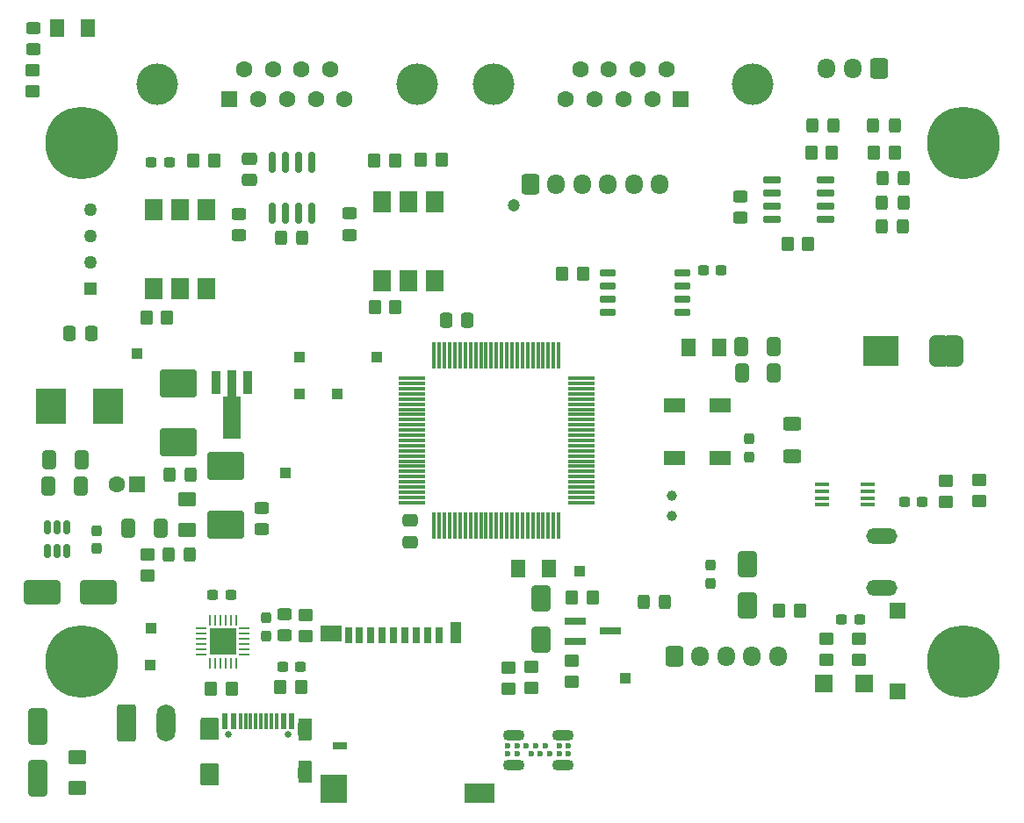
<source format=gbr>
%TF.GenerationSoftware,KiCad,Pcbnew,(7.0.0)*%
%TF.CreationDate,2025-01-08T17:10:47+03:30*%
%TF.ProjectId,logger,6c6f6767-6572-42e6-9b69-6361645f7063,rev?*%
%TF.SameCoordinates,Original*%
%TF.FileFunction,Soldermask,Top*%
%TF.FilePolarity,Negative*%
%FSLAX46Y46*%
G04 Gerber Fmt 4.6, Leading zero omitted, Abs format (unit mm)*
G04 Created by KiCad (PCBNEW (7.0.0)) date 2025-01-08 17:10:47*
%MOMM*%
%LPD*%
G01*
G04 APERTURE LIST*
G04 Aperture macros list*
%AMRoundRect*
0 Rectangle with rounded corners*
0 $1 Rounding radius*
0 $2 $3 $4 $5 $6 $7 $8 $9 X,Y pos of 4 corners*
0 Add a 4 corners polygon primitive as box body*
4,1,4,$2,$3,$4,$5,$6,$7,$8,$9,$2,$3,0*
0 Add four circle primitives for the rounded corners*
1,1,$1+$1,$2,$3*
1,1,$1+$1,$4,$5*
1,1,$1+$1,$6,$7*
1,1,$1+$1,$8,$9*
0 Add four rect primitives between the rounded corners*
20,1,$1+$1,$2,$3,$4,$5,0*
20,1,$1+$1,$4,$5,$6,$7,0*
20,1,$1+$1,$6,$7,$8,$9,0*
20,1,$1+$1,$8,$9,$2,$3,0*%
%AMFreePoly0*
4,1,9,5.362500,-0.866500,1.237500,-0.866500,1.237500,-0.450000,-1.237500,-0.450000,-1.237500,0.450000,1.237500,0.450000,1.237500,0.866500,5.362500,0.866500,5.362500,-0.866500,5.362500,-0.866500,$1*%
G04 Aperture macros list end*
%ADD10R,2.000000X3.000000*%
%ADD11RoundRect,0.500000X-0.500000X-1.000000X0.500000X-1.000000X0.500000X1.000000X-0.500000X1.000000X0*%
%ADD12R,1.600000X1.600000*%
%ADD13C,1.600000*%
%ADD14R,1.000000X1.000000*%
%ADD15RoundRect,0.250000X0.350000X0.450000X-0.350000X0.450000X-0.350000X-0.450000X0.350000X-0.450000X0*%
%ADD16R,2.000000X0.700000*%
%ADD17RoundRect,0.250000X-0.350000X-0.450000X0.350000X-0.450000X0.350000X0.450000X-0.350000X0.450000X0*%
%ADD18RoundRect,0.250000X-1.500000X-0.900000X1.500000X-0.900000X1.500000X0.900000X-1.500000X0.900000X0*%
%ADD19RoundRect,0.250000X-0.337500X-0.475000X0.337500X-0.475000X0.337500X0.475000X-0.337500X0.475000X0*%
%ADD20RoundRect,0.237500X-0.300000X-0.237500X0.300000X-0.237500X0.300000X0.237500X-0.300000X0.237500X0*%
%ADD21C,0.800000*%
%ADD22C,7.000000*%
%ADD23R,1.780000X2.000000*%
%ADD24RoundRect,0.150000X0.150000X-0.825000X0.150000X0.825000X-0.150000X0.825000X-0.150000X-0.825000X0*%
%ADD25RoundRect,0.250000X-0.450000X0.325000X-0.450000X-0.325000X0.450000X-0.325000X0.450000X0.325000X0*%
%ADD26C,0.650000*%
%ADD27R,0.600000X1.600000*%
%ADD28R,0.300000X1.600000*%
%ADD29R,0.600000X1.240000*%
%ADD30O,1.000000X2.100000*%
%ADD31O,1.000000X1.800000*%
%ADD32RoundRect,0.237500X-0.237500X0.300000X-0.237500X-0.300000X0.237500X-0.300000X0.237500X0.300000X0*%
%ADD33RoundRect,0.250000X0.650000X-1.000000X0.650000X1.000000X-0.650000X1.000000X-0.650000X-1.000000X0*%
%ADD34RoundRect,0.250000X-0.412500X-0.650000X0.412500X-0.650000X0.412500X0.650000X-0.412500X0.650000X0*%
%ADD35C,0.600000*%
%ADD36O,2.100000X1.100000*%
%ADD37RoundRect,0.250001X0.624999X-0.462499X0.624999X0.462499X-0.624999X0.462499X-0.624999X-0.462499X0*%
%ADD38RoundRect,0.250000X-0.325000X-0.450000X0.325000X-0.450000X0.325000X0.450000X-0.325000X0.450000X0*%
%ADD39R,1.270000X1.270000*%
%ADD40C,1.270000*%
%ADD41RoundRect,0.250000X-0.450000X0.350000X-0.450000X-0.350000X0.450000X-0.350000X0.450000X0.350000X0*%
%ADD42RoundRect,0.062500X0.062500X-0.487500X0.062500X0.487500X-0.062500X0.487500X-0.062500X-0.487500X0*%
%ADD43RoundRect,0.062500X0.487500X-0.062500X0.487500X0.062500X-0.487500X0.062500X-0.487500X-0.062500X0*%
%ADD44R,2.600000X2.600000*%
%ADD45R,0.900000X2.300000*%
%ADD46FreePoly0,270.000000*%
%ADD47RoundRect,0.250001X-0.462499X-0.624999X0.462499X-0.624999X0.462499X0.624999X-0.462499X0.624999X0*%
%ADD48R,1.700000X1.700000*%
%ADD49RoundRect,0.075000X1.225000X0.075000X-1.225000X0.075000X-1.225000X-0.075000X1.225000X-0.075000X0*%
%ADD50RoundRect,0.075000X0.075000X1.225000X-0.075000X1.225000X-0.075000X-1.225000X0.075000X-1.225000X0*%
%ADD51RoundRect,0.250000X0.475000X-0.337500X0.475000X0.337500X-0.475000X0.337500X-0.475000X-0.337500X0*%
%ADD52C,1.200000*%
%ADD53RoundRect,0.250000X-0.600000X-0.725000X0.600000X-0.725000X0.600000X0.725000X-0.600000X0.725000X0*%
%ADD54O,1.700000X1.950000*%
%ADD55C,1.000000*%
%ADD56RoundRect,0.250000X0.625000X-0.400000X0.625000X0.400000X-0.625000X0.400000X-0.625000X-0.400000X0*%
%ADD57R,0.700000X1.600000*%
%ADD58R,1.350000X0.800000*%
%ADD59R,2.000000X1.500000*%
%ADD60R,2.500000X2.800000*%
%ADD61R,1.000000X2.000000*%
%ADD62R,3.000000X1.900000*%
%ADD63R,3.000000X3.500000*%
%ADD64RoundRect,0.150000X-0.650000X-0.150000X0.650000X-0.150000X0.650000X0.150000X-0.650000X0.150000X0*%
%ADD65R,1.450000X0.450000*%
%ADD66RoundRect,0.250000X0.412500X0.650000X-0.412500X0.650000X-0.412500X-0.650000X0.412500X-0.650000X0*%
%ADD67RoundRect,0.250000X-0.650000X1.500000X-0.650000X-1.500000X0.650000X-1.500000X0.650000X1.500000X0*%
%ADD68C,4.000000*%
%ADD69RoundRect,0.250000X0.450000X-0.325000X0.450000X0.325000X-0.450000X0.325000X-0.450000X-0.325000X0*%
%ADD70RoundRect,0.150000X-0.150000X0.512500X-0.150000X-0.512500X0.150000X-0.512500X0.150000X0.512500X0*%
%ADD71RoundRect,0.250000X-0.650000X1.000000X-0.650000X-1.000000X0.650000X-1.000000X0.650000X1.000000X0*%
%ADD72RoundRect,0.250000X0.325000X0.450000X-0.325000X0.450000X-0.325000X-0.450000X0.325000X-0.450000X0*%
%ADD73RoundRect,0.250000X-0.650000X-1.550000X0.650000X-1.550000X0.650000X1.550000X-0.650000X1.550000X0*%
%ADD74O,1.800000X3.600000*%
%ADD75RoundRect,0.250000X0.600000X0.725000X-0.600000X0.725000X-0.600000X-0.725000X0.600000X-0.725000X0*%
%ADD76RoundRect,0.250000X0.450000X-0.350000X0.450000X0.350000X-0.450000X0.350000X-0.450000X-0.350000X0*%
%ADD77RoundRect,0.250000X1.500000X-1.112500X1.500000X1.112500X-1.500000X1.112500X-1.500000X-1.112500X0*%
%ADD78RoundRect,0.250001X0.462499X0.624999X-0.462499X0.624999X-0.462499X-0.624999X0.462499X-0.624999X0*%
%ADD79RoundRect,0.250000X0.337500X0.475000X-0.337500X0.475000X-0.337500X-0.475000X0.337500X-0.475000X0*%
%ADD80R,2.000000X1.400000*%
%ADD81RoundRect,0.250000X-0.475000X0.337500X-0.475000X-0.337500X0.475000X-0.337500X0.475000X0.337500X0*%
%ADD82R,1.500000X1.500000*%
%ADD83RoundRect,0.237500X0.237500X-0.300000X0.237500X0.300000X-0.237500X0.300000X-0.237500X-0.300000X0*%
%ADD84RoundRect,0.150000X0.725000X0.150000X-0.725000X0.150000X-0.725000X-0.150000X0.725000X-0.150000X0*%
%ADD85RoundRect,0.250000X-1.500000X1.112500X-1.500000X-1.112500X1.500000X-1.112500X1.500000X1.112500X0*%
%ADD86O,3.000000X1.524000*%
G04 APERTURE END LIST*
D10*
%TO.C,C48*%
X259124999Y-76514999D03*
X260434999Y-76514999D03*
D11*
X265435000Y-76515000D03*
X266745000Y-76515000D03*
%TD*%
D12*
%TO.C,C41*%
X188099999Y-89324999D03*
D13*
X186100000Y-89325000D03*
%TD*%
D14*
%TO.C,TP2*%
X202374999Y-88274999D03*
%TD*%
D15*
%TO.C,R1*%
X252005000Y-101545000D03*
X250005000Y-101545000D03*
%TD*%
D16*
%TO.C,Q1*%
X230324999Y-102574999D03*
X230324999Y-104474999D03*
X233724999Y-103524999D03*
%TD*%
D17*
%TO.C,R5*%
X229087500Y-69020000D03*
X231087500Y-69020000D03*
%TD*%
D18*
%TO.C,D3*%
X178965000Y-99775000D03*
X184365000Y-99775000D03*
%TD*%
D17*
%TO.C,R21*%
X250775000Y-66150000D03*
X252775000Y-66150000D03*
%TD*%
D19*
%TO.C,C11*%
X217862500Y-73525000D03*
X219937500Y-73525000D03*
%TD*%
D20*
%TO.C,C17*%
X256012500Y-102375000D03*
X257737500Y-102375000D03*
%TD*%
D21*
%TO.C,H1*%
X265115000Y-56440000D03*
X265883845Y-54583845D03*
X265883845Y-58296155D03*
X267740000Y-53815000D03*
D22*
X267740000Y-56440000D03*
D21*
X267740000Y-59065000D03*
X269596155Y-54583845D03*
X269596155Y-58296155D03*
X270365000Y-56440000D03*
%TD*%
%TO.C,H2*%
X265115000Y-106440000D03*
X265883845Y-104583845D03*
X265883845Y-108296155D03*
X267740000Y-103815000D03*
D22*
X267740000Y-106440000D03*
D21*
X267740000Y-109065000D03*
X269596155Y-104583845D03*
X269596155Y-108296155D03*
X270365000Y-106440000D03*
%TD*%
D23*
%TO.C,U15*%
X216789999Y-62064999D03*
X214249999Y-62064999D03*
X211709999Y-62064999D03*
X211709999Y-69684999D03*
X214249999Y-69684999D03*
X216789999Y-69684999D03*
%TD*%
D24*
%TO.C,U5*%
X201120000Y-63200000D03*
X202390000Y-63200000D03*
X203660000Y-63200000D03*
X204930000Y-63200000D03*
X204930000Y-58250000D03*
X203660000Y-58250000D03*
X202390000Y-58250000D03*
X201120000Y-58250000D03*
%TD*%
D25*
%TO.C,D7*%
X197885000Y-63250000D03*
X197885000Y-65300000D03*
%TD*%
D23*
%TO.C,U8*%
X189684999Y-70469999D03*
X192224999Y-70469999D03*
X194764999Y-70469999D03*
X194764999Y-62849999D03*
X192224999Y-62849999D03*
X189684999Y-62849999D03*
%TD*%
D26*
%TO.C,J6*%
X196890000Y-113510000D03*
X202670000Y-113510000D03*
D27*
X196579999Y-112209999D03*
X197379999Y-112209999D03*
D28*
X198529999Y-112209999D03*
X199529999Y-112209999D03*
X200029999Y-112209999D03*
X201029999Y-112209999D03*
D27*
X202179999Y-112209999D03*
X202979999Y-112209999D03*
D29*
X202979999Y-112389999D03*
X202179999Y-112389999D03*
D28*
X201529999Y-112209999D03*
X200529999Y-112209999D03*
X199029999Y-112209999D03*
X198029999Y-112209999D03*
D29*
X197379999Y-112389999D03*
X196579999Y-112389999D03*
D30*
X195459999Y-112989999D03*
D31*
X195459999Y-117189999D03*
D30*
X204099999Y-112989999D03*
D31*
X204099999Y-117189999D03*
%TD*%
D32*
%TO.C,C38*%
X243335000Y-97182500D03*
X243335000Y-98907500D03*
%TD*%
D33*
%TO.C,D15*%
X227025000Y-104350000D03*
X227025000Y-100350000D03*
%TD*%
D17*
%TO.C,R22*%
X253075000Y-57350000D03*
X255075000Y-57350000D03*
%TD*%
D21*
%TO.C,H4*%
X180115000Y-106440000D03*
X180883845Y-104583845D03*
X180883845Y-108296155D03*
X182740000Y-103815000D03*
D22*
X182740000Y-106440000D03*
D21*
X182740000Y-109065000D03*
X184596155Y-104583845D03*
X184596155Y-108296155D03*
X185365000Y-106440000D03*
%TD*%
D34*
%TO.C,C6*%
X246342500Y-76085000D03*
X249467500Y-76085000D03*
%TD*%
D35*
%TO.C,J9*%
X223810000Y-114633814D03*
X224710000Y-114633814D03*
X225610000Y-114633814D03*
X226510000Y-114633814D03*
X227410000Y-114633814D03*
X228760000Y-114633814D03*
X229660000Y-114633814D03*
X229660000Y-115386186D03*
X228760000Y-115386186D03*
X227860000Y-115386186D03*
X226960000Y-115386186D03*
X226060000Y-115386186D03*
X224710000Y-115386186D03*
X223810000Y-115386186D03*
D36*
X229159999Y-116439999D03*
X229159999Y-113579999D03*
X224359999Y-116439999D03*
X224359999Y-113579999D03*
%TD*%
D20*
%TO.C,C33*%
X195387500Y-100025000D03*
X197112500Y-100025000D03*
%TD*%
D37*
%TO.C,J4*%
X182315000Y-118652500D03*
X182315000Y-115677500D03*
%TD*%
D38*
%TO.C,D14*%
X259925000Y-59850000D03*
X261975000Y-59850000D03*
%TD*%
D39*
%TO.C,U9*%
X183604999Y-70504999D03*
D40*
X183605000Y-67965000D03*
X183605000Y-65425000D03*
X183605000Y-62885000D03*
%TD*%
D41*
%TO.C,R27*%
X230000000Y-106400000D03*
X230000000Y-108400000D03*
%TD*%
D42*
%TO.C,U1*%
X195100000Y-106600000D03*
X195600000Y-106600000D03*
X196100000Y-106600000D03*
X196600000Y-106600000D03*
X197100000Y-106600000D03*
X197600000Y-106600000D03*
D43*
X198425000Y-105775000D03*
X198425000Y-105275000D03*
X198425000Y-104775000D03*
X198425000Y-104275000D03*
X198425000Y-103775000D03*
X198425000Y-103275000D03*
D42*
X197600000Y-102450000D03*
X197100000Y-102450000D03*
X196600000Y-102450000D03*
X196100000Y-102450000D03*
X195600000Y-102450000D03*
X195100000Y-102450000D03*
D43*
X194275000Y-103275000D03*
X194275000Y-103775000D03*
X194275000Y-104275000D03*
X194275000Y-104775000D03*
X194275000Y-105275000D03*
X194275000Y-105775000D03*
D44*
X196349999Y-104524999D03*
%TD*%
D38*
%TO.C,D12*%
X259870000Y-64485000D03*
X261920000Y-64485000D03*
%TD*%
D45*
%TO.C,U10*%
X198699999Y-79574999D03*
D46*
X197200000Y-79662500D03*
D45*
X195699999Y-79574999D03*
%TD*%
D47*
%TO.C,F1*%
X180387500Y-45350000D03*
X183362500Y-45350000D03*
%TD*%
D48*
%TO.C,D2*%
X254274999Y-108614999D03*
X258174999Y-108614999D03*
%TD*%
D38*
%TO.C,D13*%
X259900000Y-62220000D03*
X261950000Y-62220000D03*
%TD*%
D49*
%TO.C,U3*%
X230900000Y-91125000D03*
X230900000Y-90625000D03*
X230900000Y-90125000D03*
X230900000Y-89625000D03*
X230900000Y-89125000D03*
X230900000Y-88625000D03*
X230900000Y-88125000D03*
X230900000Y-87625000D03*
X230900000Y-87125000D03*
X230900000Y-86625000D03*
X230900000Y-86125000D03*
X230900000Y-85625000D03*
X230900000Y-85125000D03*
X230900000Y-84625000D03*
X230900000Y-84125000D03*
X230900000Y-83625000D03*
X230900000Y-83125000D03*
X230900000Y-82625000D03*
X230900000Y-82125000D03*
X230900000Y-81625000D03*
X230900000Y-81125000D03*
X230900000Y-80625000D03*
X230900000Y-80125000D03*
X230900000Y-79625000D03*
X230900000Y-79125000D03*
D50*
X228725000Y-76950000D03*
X228225000Y-76950000D03*
X227725000Y-76950000D03*
X227225000Y-76950000D03*
X226725000Y-76950000D03*
X226225000Y-76950000D03*
X225725000Y-76950000D03*
X225225000Y-76950000D03*
X224725000Y-76950000D03*
X224225000Y-76950000D03*
X223725000Y-76950000D03*
X223225000Y-76950000D03*
X222725000Y-76950000D03*
X222225000Y-76950000D03*
X221725000Y-76950000D03*
X221225000Y-76950000D03*
X220725000Y-76950000D03*
X220225000Y-76950000D03*
X219725000Y-76950000D03*
X219225000Y-76950000D03*
X218725000Y-76950000D03*
X218225000Y-76950000D03*
X217725000Y-76950000D03*
X217225000Y-76950000D03*
X216725000Y-76950000D03*
D49*
X214550000Y-79125000D03*
X214550000Y-79625000D03*
X214550000Y-80125000D03*
X214550000Y-80625000D03*
X214550000Y-81125000D03*
X214550000Y-81625000D03*
X214550000Y-82125000D03*
X214550000Y-82625000D03*
X214550000Y-83125000D03*
X214550000Y-83625000D03*
X214550000Y-84125000D03*
X214550000Y-84625000D03*
X214550000Y-85125000D03*
X214550000Y-85625000D03*
X214550000Y-86125000D03*
X214550000Y-86625000D03*
X214550000Y-87125000D03*
X214550000Y-87625000D03*
X214550000Y-88125000D03*
X214550000Y-88625000D03*
X214550000Y-89125000D03*
X214550000Y-89625000D03*
X214550000Y-90125000D03*
X214550000Y-90625000D03*
X214550000Y-91125000D03*
D50*
X216725000Y-93300000D03*
X217225000Y-93300000D03*
X217725000Y-93300000D03*
X218225000Y-93300000D03*
X218725000Y-93300000D03*
X219225000Y-93300000D03*
X219725000Y-93300000D03*
X220225000Y-93300000D03*
X220725000Y-93300000D03*
X221225000Y-93300000D03*
X221725000Y-93300000D03*
X222225000Y-93300000D03*
X222725000Y-93300000D03*
X223225000Y-93300000D03*
X223725000Y-93300000D03*
X224225000Y-93300000D03*
X224725000Y-93300000D03*
X225225000Y-93300000D03*
X225725000Y-93300000D03*
X226225000Y-93300000D03*
X226725000Y-93300000D03*
X227225000Y-93300000D03*
X227725000Y-93300000D03*
X228225000Y-93300000D03*
X228725000Y-93300000D03*
%TD*%
D51*
%TO.C,C36*%
X198950000Y-59987500D03*
X198950000Y-57912500D03*
%TD*%
D52*
%TO.C,J10*%
X224375000Y-62425000D03*
D53*
X225975000Y-60425000D03*
D54*
X228474999Y-60424999D03*
X230974999Y-60424999D03*
X233474999Y-60424999D03*
X235974999Y-60424999D03*
X238474999Y-60424999D03*
%TD*%
D55*
%TO.C,J7*%
X239620000Y-92375000D03*
X239620000Y-90475000D03*
%TD*%
D21*
%TO.C,H3*%
X180115000Y-56440000D03*
X180883845Y-54583845D03*
X180883845Y-58296155D03*
X182740000Y-53815000D03*
D22*
X182740000Y-56440000D03*
D21*
X182740000Y-59065000D03*
X184596155Y-54583845D03*
X184596155Y-58296155D03*
X185365000Y-56440000D03*
%TD*%
D56*
%TO.C,R32*%
X251255000Y-86635000D03*
X251255000Y-83535000D03*
%TD*%
D57*
%TO.C,J3*%
X217224999Y-103899999D03*
X216124999Y-103899999D03*
X215024999Y-103899999D03*
X213924999Y-103899999D03*
X212824999Y-103899999D03*
X211724999Y-103899999D03*
X210624999Y-103899999D03*
X209524999Y-103899999D03*
X208474999Y-103899999D03*
D58*
X207624999Y-114599999D03*
D59*
X206749999Y-103774999D03*
D60*
X207049999Y-118749999D03*
D61*
X218774999Y-103699999D03*
D62*
X221124999Y-119199999D03*
%TD*%
D41*
%TO.C,R50*%
X266015000Y-89015000D03*
X266015000Y-91015000D03*
%TD*%
D63*
%TO.C,L2*%
X179799999Y-81824999D03*
X185299999Y-81824999D03*
%TD*%
D64*
%TO.C,U11*%
X233450000Y-68945000D03*
X233450000Y-70215000D03*
X233450000Y-71485000D03*
X233450000Y-72755000D03*
X240650000Y-72755000D03*
X240650000Y-71485000D03*
X240650000Y-70215000D03*
X240650000Y-68945000D03*
%TD*%
D14*
%TO.C,TP1*%
X188074999Y-76774999D03*
%TD*%
D65*
%TO.C,U12*%
X258504999Y-91329999D03*
X258504999Y-90679999D03*
X258504999Y-90029999D03*
X258504999Y-89379999D03*
X254104999Y-89379999D03*
X254104999Y-90029999D03*
X254104999Y-90679999D03*
X254104999Y-91329999D03*
%TD*%
D66*
%TO.C,C23*%
X190367500Y-93615000D03*
X187242500Y-93615000D03*
%TD*%
D34*
%TO.C,C24*%
X179562500Y-89525000D03*
X182687500Y-89525000D03*
%TD*%
D67*
%TO.C,D19*%
X178485000Y-112717500D03*
X178485000Y-117717500D03*
%TD*%
D68*
%TO.C,U7*%
X247460000Y-50760331D03*
X222460000Y-50760331D03*
D12*
X240499999Y-52180330D03*
D13*
X237730000Y-52180331D03*
X234960000Y-52180331D03*
X232190000Y-52180331D03*
X229420000Y-52180331D03*
X239115000Y-49340331D03*
X236345000Y-49340331D03*
X233575000Y-49340331D03*
X230805000Y-49340331D03*
%TD*%
D69*
%TO.C,D22*%
X178075000Y-47375000D03*
X178075000Y-45325000D03*
%TD*%
D70*
%TO.C,U2*%
X181337500Y-93500000D03*
X180387500Y-93500000D03*
X179437500Y-93500000D03*
X179437500Y-95775000D03*
X180387500Y-95775000D03*
X181337500Y-95775000D03*
%TD*%
D14*
%TO.C,TP4*%
X211174999Y-77074999D03*
%TD*%
D69*
%TO.C,C44*%
X202335000Y-103965000D03*
X202335000Y-101915000D03*
%TD*%
D71*
%TO.C,D1*%
X246945000Y-97057500D03*
X246945000Y-101057500D03*
%TD*%
D15*
%TO.C,R30*%
X203875000Y-108950000D03*
X201875000Y-108950000D03*
%TD*%
D14*
%TO.C,TP7*%
X203774999Y-80674999D03*
%TD*%
D72*
%TO.C,R7*%
X193160000Y-96155000D03*
X191110000Y-96155000D03*
%TD*%
D38*
%TO.C,C28*%
X201950000Y-65550000D03*
X204000000Y-65550000D03*
%TD*%
D14*
%TO.C,TP5*%
X207374999Y-80674999D03*
%TD*%
%TO.C,TP6*%
X230734999Y-97704999D03*
%TD*%
D73*
%TO.C,J2*%
X187075000Y-112417500D03*
D74*
X190884999Y-112417499D03*
%TD*%
D38*
%TO.C,R20*%
X253200000Y-54750000D03*
X255250000Y-54750000D03*
%TD*%
D41*
%TO.C,R38*%
X178000000Y-49425000D03*
X178000000Y-51425000D03*
%TD*%
D14*
%TO.C,TP8*%
X235174999Y-108074999D03*
%TD*%
D75*
%TO.C,J11*%
X259575000Y-49200000D03*
D54*
X257074999Y-49199999D03*
X254574999Y-49199999D03*
%TD*%
D53*
%TO.C,J12*%
X239855000Y-105945000D03*
D54*
X242354999Y-105944999D03*
X244854999Y-105944999D03*
X247354999Y-105944999D03*
X249854999Y-105944999D03*
%TD*%
D20*
%TO.C,C43*%
X242687500Y-68675000D03*
X244412500Y-68675000D03*
%TD*%
D76*
%TO.C,R3*%
X257645000Y-106275000D03*
X257645000Y-104275000D03*
%TD*%
D20*
%TO.C,C22*%
X202112500Y-106975000D03*
X203837500Y-106975000D03*
%TD*%
D76*
%TO.C,R33*%
X204355000Y-103995000D03*
X204355000Y-101995000D03*
%TD*%
D15*
%TO.C,R34*%
X195525000Y-58150000D03*
X193525000Y-58150000D03*
%TD*%
%TO.C,R44*%
X190975000Y-73250000D03*
X188975000Y-73250000D03*
%TD*%
D68*
%TO.C,J8*%
X215040000Y-50760331D03*
X190040000Y-50760331D03*
D12*
X196999999Y-52180330D03*
D13*
X199770000Y-52180331D03*
X202540000Y-52180331D03*
X205310000Y-52180331D03*
X208080000Y-52180331D03*
X198385000Y-49340331D03*
X201155000Y-49340331D03*
X203925000Y-49340331D03*
X206695000Y-49340331D03*
%TD*%
D25*
%TO.C,C14*%
X200125000Y-91625000D03*
X200125000Y-93675000D03*
%TD*%
D77*
%TO.C,C12*%
X192075000Y-85312500D03*
X192075000Y-79587500D03*
%TD*%
D78*
%TO.C,J5*%
X227812500Y-97475000D03*
X224837500Y-97475000D03*
%TD*%
D41*
%TO.C,R9*%
X189085000Y-96175000D03*
X189085000Y-98175000D03*
%TD*%
D72*
%TO.C,R18*%
X261100000Y-54750000D03*
X259050000Y-54750000D03*
%TD*%
D37*
%TO.C,J1*%
X192895000Y-93782500D03*
X192895000Y-90807500D03*
%TD*%
D79*
%TO.C,C39*%
X183662500Y-74775000D03*
X181587500Y-74775000D03*
%TD*%
D80*
%TO.C,X1*%
X244279999Y-86819999D03*
X244279999Y-81739999D03*
X239879999Y-81739999D03*
X239879999Y-86819999D03*
%TD*%
D81*
%TO.C,C10*%
X214400000Y-92837500D03*
X214400000Y-94912500D03*
%TD*%
D82*
%TO.C,SW2*%
X261354999Y-109374999D03*
X261354999Y-101574999D03*
%TD*%
D34*
%TO.C,C26*%
X179587500Y-87025000D03*
X182712500Y-87025000D03*
%TD*%
D14*
%TO.C,TP3*%
X203774999Y-77074999D03*
%TD*%
D72*
%TO.C,C13*%
X193250000Y-88450000D03*
X191200000Y-88450000D03*
%TD*%
D83*
%TO.C,C21*%
X184187500Y-95562500D03*
X184187500Y-93837500D03*
%TD*%
D14*
%TO.C,TP10*%
X189374999Y-106774999D03*
%TD*%
D17*
%TO.C,R48*%
X211000000Y-72300000D03*
X213000000Y-72300000D03*
%TD*%
D15*
%TO.C,R47*%
X217425000Y-58025000D03*
X215425000Y-58025000D03*
%TD*%
D34*
%TO.C,C9*%
X246367500Y-78610000D03*
X249492500Y-78610000D03*
%TD*%
D15*
%TO.C,R31*%
X197175000Y-109125000D03*
X195175000Y-109125000D03*
%TD*%
D32*
%TO.C,C42*%
X200545000Y-102272500D03*
X200545000Y-103997500D03*
%TD*%
D76*
%TO.C,R2*%
X254515000Y-106275000D03*
X254515000Y-104275000D03*
%TD*%
D20*
%TO.C,C34*%
X189462500Y-58250000D03*
X191187500Y-58250000D03*
%TD*%
D83*
%TO.C,C20*%
X247070000Y-86712500D03*
X247070000Y-84987500D03*
%TD*%
D14*
%TO.C,TP9*%
X189444999Y-103204999D03*
%TD*%
D25*
%TO.C,C29*%
X246225000Y-61570000D03*
X246225000Y-63620000D03*
%TD*%
D15*
%TO.C,R26*%
X232000000Y-100275000D03*
X230000000Y-100275000D03*
%TD*%
D72*
%TO.C,D4*%
X238967500Y-100675000D03*
X236917500Y-100675000D03*
%TD*%
D25*
%TO.C,D8*%
X208585000Y-63232500D03*
X208585000Y-65282500D03*
%TD*%
D76*
%TO.C,R29*%
X223900000Y-109075000D03*
X223900000Y-107075000D03*
%TD*%
D15*
%TO.C,R37*%
X212950000Y-58100000D03*
X210950000Y-58100000D03*
%TD*%
D84*
%TO.C,U6*%
X254455000Y-63765000D03*
X254455000Y-62495000D03*
X254455000Y-61225000D03*
X254455000Y-59955000D03*
X249305000Y-59955000D03*
X249305000Y-61225000D03*
X249305000Y-62495000D03*
X249305000Y-63765000D03*
%TD*%
D17*
%TO.C,R17*%
X259125000Y-57350000D03*
X261125000Y-57350000D03*
%TD*%
D41*
%TO.C,R49*%
X269285000Y-88965000D03*
X269285000Y-90965000D03*
%TD*%
D85*
%TO.C,C15*%
X196625000Y-87562500D03*
X196625000Y-93287500D03*
%TD*%
D76*
%TO.C,R28*%
X226075000Y-109000000D03*
X226075000Y-107000000D03*
%TD*%
D20*
%TO.C,C45*%
X262055000Y-91075000D03*
X263780000Y-91075000D03*
%TD*%
D86*
%TO.C,C16*%
X259854999Y-94324999D03*
X259854999Y-99324999D03*
%TD*%
D78*
%TO.C,FB1*%
X244192500Y-76145000D03*
X241217500Y-76145000D03*
%TD*%
G36*
X204863000Y-116066613D02*
G01*
X204908387Y-116112000D01*
X204925000Y-116174000D01*
X204925000Y-118051000D01*
X204908387Y-118113000D01*
X204863000Y-118158387D01*
X204801000Y-118175000D01*
X203749000Y-118175000D01*
X203687000Y-118158387D01*
X203641613Y-118113000D01*
X203625000Y-118051000D01*
X203625000Y-116174000D01*
X203641613Y-116112000D01*
X203687000Y-116066613D01*
X203749000Y-116050000D01*
X204801000Y-116050000D01*
X204863000Y-116066613D01*
G37*
G36*
X195888000Y-111916613D02*
G01*
X195933387Y-111962000D01*
X195950000Y-112024000D01*
X195950000Y-113901000D01*
X195933387Y-113963000D01*
X195888000Y-114008387D01*
X195826000Y-114025000D01*
X194324000Y-114025000D01*
X194262000Y-114008387D01*
X194216613Y-113963000D01*
X194200000Y-113901000D01*
X194200000Y-112024000D01*
X194216613Y-111962000D01*
X194262000Y-111916613D01*
X194324000Y-111900000D01*
X195826000Y-111900000D01*
X195888000Y-111916613D01*
G37*
G36*
X195888000Y-116291613D02*
G01*
X195933387Y-116337000D01*
X195950000Y-116399000D01*
X195950000Y-118276000D01*
X195933387Y-118338000D01*
X195888000Y-118383387D01*
X195826000Y-118400000D01*
X194324000Y-118400000D01*
X194262000Y-118383387D01*
X194216613Y-118338000D01*
X194200000Y-118276000D01*
X194200000Y-116399000D01*
X194216613Y-116337000D01*
X194262000Y-116291613D01*
X194324000Y-116275000D01*
X195826000Y-116275000D01*
X195888000Y-116291613D01*
G37*
G36*
X204863000Y-111941613D02*
G01*
X204908387Y-111987000D01*
X204925000Y-112049000D01*
X204925000Y-113926000D01*
X204908387Y-113988000D01*
X204863000Y-114033387D01*
X204801000Y-114050000D01*
X203749000Y-114050000D01*
X203687000Y-114033387D01*
X203641613Y-113988000D01*
X203625000Y-113926000D01*
X203625000Y-112049000D01*
X203641613Y-111987000D01*
X203687000Y-111941613D01*
X203749000Y-111925000D01*
X204801000Y-111925000D01*
X204863000Y-111941613D01*
G37*
M02*

</source>
